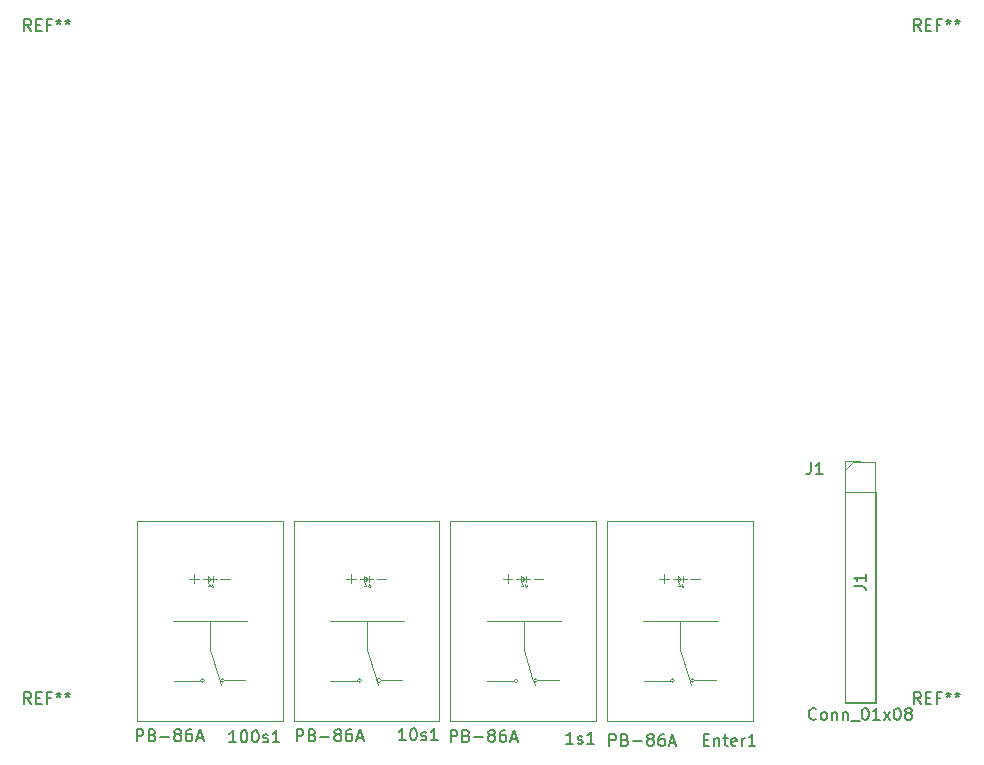
<source format=gbr>
%TF.GenerationSoftware,KiCad,Pcbnew,(5.1.7)-1*%
%TF.CreationDate,2020-12-29T16:59:20+00:00*%
%TF.ProjectId,ControlMenu-PCB,436f6e74-726f-46c4-9d65-6e752d504342,rev?*%
%TF.SameCoordinates,Original*%
%TF.FileFunction,Legend,Top*%
%TF.FilePolarity,Positive*%
%FSLAX46Y46*%
G04 Gerber Fmt 4.6, Leading zero omitted, Abs format (unit mm)*
G04 Created by KiCad (PCBNEW (5.1.7)-1) date 2020-12-29 16:59:20*
%MOMM*%
%LPD*%
G01*
G04 APERTURE LIST*
%ADD10C,0.120000*%
%ADD11C,0.100000*%
%ADD12C,0.150000*%
G04 APERTURE END LIST*
D10*
%TO.C,Enter1*%
X245925000Y-140605000D02*
X245815000Y-140565000D01*
X245985000Y-140565000D02*
X246025000Y-140455000D01*
X245865000Y-140335000D02*
X245965000Y-140605000D01*
X245635000Y-140575000D02*
X245525000Y-140535000D01*
X245695000Y-140535000D02*
X245735000Y-140425000D01*
X245575000Y-140305000D02*
X245675000Y-140575000D01*
X245825000Y-139915000D02*
X245505000Y-140215000D01*
X245825000Y-139905000D02*
X245505000Y-139695000D01*
X245935000Y-140225000D02*
X245935000Y-139705000D01*
X245505000Y-140215000D02*
X245505000Y-139695000D01*
X245105000Y-139935000D02*
X246275000Y-139935000D01*
X246565000Y-139925000D02*
X247375000Y-139925000D01*
X243955000Y-139905000D02*
X244765000Y-139905000D01*
X244385000Y-139505000D02*
X244385000Y-140315000D01*
X246927047Y-148535000D02*
G75*
G03*
X246927047Y-148535000I-172047J0D01*
G01*
X245257047Y-148545000D02*
G75*
G03*
X245257047Y-148545000I-172047J0D01*
G01*
X242635000Y-148555000D02*
X244915000Y-148555000D01*
X248715000Y-148505000D02*
X246955000Y-148505000D01*
X246475000Y-148305000D02*
X246665000Y-148875000D01*
X245735000Y-145925000D02*
X246475000Y-148305000D01*
X245735000Y-143475000D02*
X245735000Y-145925000D01*
X242595000Y-143505000D02*
X248885000Y-143505000D01*
X239515000Y-151995000D02*
X251865000Y-151995000D01*
X251865000Y-134995000D02*
X251865000Y-151995000D01*
X239515000Y-134995000D02*
X239515000Y-151995000D01*
X239515000Y-134995000D02*
X251865000Y-134995000D01*
%TO.C,1s1*%
X232655000Y-140605000D02*
X232545000Y-140565000D01*
X232715000Y-140565000D02*
X232755000Y-140455000D01*
X232595000Y-140335000D02*
X232695000Y-140605000D01*
X232365000Y-140575000D02*
X232255000Y-140535000D01*
X232425000Y-140535000D02*
X232465000Y-140425000D01*
X232305000Y-140305000D02*
X232405000Y-140575000D01*
X232555000Y-139915000D02*
X232235000Y-140215000D01*
X232555000Y-139905000D02*
X232235000Y-139695000D01*
X232665000Y-140225000D02*
X232665000Y-139705000D01*
X232235000Y-140215000D02*
X232235000Y-139695000D01*
X231835000Y-139935000D02*
X233005000Y-139935000D01*
X233295000Y-139925000D02*
X234105000Y-139925000D01*
X230685000Y-139905000D02*
X231495000Y-139905000D01*
X231115000Y-139505000D02*
X231115000Y-140315000D01*
X233657047Y-148535000D02*
G75*
G03*
X233657047Y-148535000I-172047J0D01*
G01*
X231987047Y-148545000D02*
G75*
G03*
X231987047Y-148545000I-172047J0D01*
G01*
X229365000Y-148555000D02*
X231645000Y-148555000D01*
X235445000Y-148505000D02*
X233685000Y-148505000D01*
X233205000Y-148305000D02*
X233395000Y-148875000D01*
X232465000Y-145925000D02*
X233205000Y-148305000D01*
X232465000Y-143475000D02*
X232465000Y-145925000D01*
X229325000Y-143505000D02*
X235615000Y-143505000D01*
X226245000Y-151995000D02*
X238595000Y-151995000D01*
X238595000Y-134995000D02*
X238595000Y-151995000D01*
X226245000Y-134995000D02*
X226245000Y-151995000D01*
X226245000Y-134995000D02*
X238595000Y-134995000D01*
%TO.C,10s1*%
X219385000Y-140605000D02*
X219275000Y-140565000D01*
X219445000Y-140565000D02*
X219485000Y-140455000D01*
X219325000Y-140335000D02*
X219425000Y-140605000D01*
X219095000Y-140575000D02*
X218985000Y-140535000D01*
X219155000Y-140535000D02*
X219195000Y-140425000D01*
X219035000Y-140305000D02*
X219135000Y-140575000D01*
X219285000Y-139915000D02*
X218965000Y-140215000D01*
X219285000Y-139905000D02*
X218965000Y-139695000D01*
X219395000Y-140225000D02*
X219395000Y-139705000D01*
X218965000Y-140215000D02*
X218965000Y-139695000D01*
X218565000Y-139935000D02*
X219735000Y-139935000D01*
X220025000Y-139925000D02*
X220835000Y-139925000D01*
X217415000Y-139905000D02*
X218225000Y-139905000D01*
X217845000Y-139505000D02*
X217845000Y-140315000D01*
X220387047Y-148535000D02*
G75*
G03*
X220387047Y-148535000I-172047J0D01*
G01*
X218717047Y-148545000D02*
G75*
G03*
X218717047Y-148545000I-172047J0D01*
G01*
X216095000Y-148555000D02*
X218375000Y-148555000D01*
X222175000Y-148505000D02*
X220415000Y-148505000D01*
X219935000Y-148305000D02*
X220125000Y-148875000D01*
X219195000Y-145925000D02*
X219935000Y-148305000D01*
X219195000Y-143475000D02*
X219195000Y-145925000D01*
X216055000Y-143505000D02*
X222345000Y-143505000D01*
X212975000Y-151995000D02*
X225325000Y-151995000D01*
X225325000Y-134995000D02*
X225325000Y-151995000D01*
X212975000Y-134995000D02*
X212975000Y-151995000D01*
X212975000Y-134995000D02*
X225325000Y-134995000D01*
%TO.C,100s1*%
X206115000Y-140605000D02*
X206005000Y-140565000D01*
X206175000Y-140565000D02*
X206215000Y-140455000D01*
X206055000Y-140335000D02*
X206155000Y-140605000D01*
X205825000Y-140575000D02*
X205715000Y-140535000D01*
X205885000Y-140535000D02*
X205925000Y-140425000D01*
X205765000Y-140305000D02*
X205865000Y-140575000D01*
X206015000Y-139915000D02*
X205695000Y-140215000D01*
X206015000Y-139905000D02*
X205695000Y-139695000D01*
X206125000Y-140225000D02*
X206125000Y-139705000D01*
X205695000Y-140215000D02*
X205695000Y-139695000D01*
X205295000Y-139935000D02*
X206465000Y-139935000D01*
X206755000Y-139925000D02*
X207565000Y-139925000D01*
X204145000Y-139905000D02*
X204955000Y-139905000D01*
X204575000Y-139505000D02*
X204575000Y-140315000D01*
X207117047Y-148535000D02*
G75*
G03*
X207117047Y-148535000I-172047J0D01*
G01*
X205447047Y-148545000D02*
G75*
G03*
X205447047Y-148545000I-172047J0D01*
G01*
X202825000Y-148555000D02*
X205105000Y-148555000D01*
X208905000Y-148505000D02*
X207145000Y-148505000D01*
X206665000Y-148305000D02*
X206855000Y-148875000D01*
X205925000Y-145925000D02*
X206665000Y-148305000D01*
X205925000Y-143475000D02*
X205925000Y-145925000D01*
X202785000Y-143505000D02*
X209075000Y-143505000D01*
X199705000Y-151995000D02*
X212055000Y-151995000D01*
X212055000Y-134995000D02*
X212055000Y-151995000D01*
X199705000Y-134995000D02*
X199705000Y-151995000D01*
X199705000Y-134995000D02*
X212055000Y-134995000D01*
%TO.C,J1*%
X259640000Y-129980000D02*
X260970000Y-129980000D01*
X259640000Y-131310000D02*
X259640000Y-129980000D01*
X259640000Y-132580000D02*
X262300000Y-132580000D01*
X262300000Y-132580000D02*
X262300000Y-150420000D01*
X259640000Y-132580000D02*
X259640000Y-150420000D01*
X259640000Y-150420000D02*
X262300000Y-150420000D01*
D11*
X259700000Y-130675000D02*
X260335000Y-130040000D01*
X259700000Y-150360000D02*
X259700000Y-130675000D01*
X262240000Y-150360000D02*
X259700000Y-150360000D01*
X262240000Y-130040000D02*
X262240000Y-150360000D01*
X260335000Y-130040000D02*
X262240000Y-130040000D01*
%TO.C,REF\u002A\u002A*%
D12*
X266086666Y-93532380D02*
X265753333Y-93056190D01*
X265515238Y-93532380D02*
X265515238Y-92532380D01*
X265896190Y-92532380D01*
X265991428Y-92580000D01*
X266039047Y-92627619D01*
X266086666Y-92722857D01*
X266086666Y-92865714D01*
X266039047Y-92960952D01*
X265991428Y-93008571D01*
X265896190Y-93056190D01*
X265515238Y-93056190D01*
X266515238Y-93008571D02*
X266848571Y-93008571D01*
X266991428Y-93532380D02*
X266515238Y-93532380D01*
X266515238Y-92532380D01*
X266991428Y-92532380D01*
X267753333Y-93008571D02*
X267420000Y-93008571D01*
X267420000Y-93532380D02*
X267420000Y-92532380D01*
X267896190Y-92532380D01*
X268420000Y-92532380D02*
X268420000Y-92770476D01*
X268181904Y-92675238D02*
X268420000Y-92770476D01*
X268658095Y-92675238D01*
X268277142Y-92960952D02*
X268420000Y-92770476D01*
X268562857Y-92960952D01*
X269181904Y-92532380D02*
X269181904Y-92770476D01*
X268943809Y-92675238D02*
X269181904Y-92770476D01*
X269420000Y-92675238D01*
X269039047Y-92960952D02*
X269181904Y-92770476D01*
X269324761Y-92960952D01*
X266086666Y-150532380D02*
X265753333Y-150056190D01*
X265515238Y-150532380D02*
X265515238Y-149532380D01*
X265896190Y-149532380D01*
X265991428Y-149580000D01*
X266039047Y-149627619D01*
X266086666Y-149722857D01*
X266086666Y-149865714D01*
X266039047Y-149960952D01*
X265991428Y-150008571D01*
X265896190Y-150056190D01*
X265515238Y-150056190D01*
X266515238Y-150008571D02*
X266848571Y-150008571D01*
X266991428Y-150532380D02*
X266515238Y-150532380D01*
X266515238Y-149532380D01*
X266991428Y-149532380D01*
X267753333Y-150008571D02*
X267420000Y-150008571D01*
X267420000Y-150532380D02*
X267420000Y-149532380D01*
X267896190Y-149532380D01*
X268420000Y-149532380D02*
X268420000Y-149770476D01*
X268181904Y-149675238D02*
X268420000Y-149770476D01*
X268658095Y-149675238D01*
X268277142Y-149960952D02*
X268420000Y-149770476D01*
X268562857Y-149960952D01*
X269181904Y-149532380D02*
X269181904Y-149770476D01*
X268943809Y-149675238D02*
X269181904Y-149770476D01*
X269420000Y-149675238D01*
X269039047Y-149960952D02*
X269181904Y-149770476D01*
X269324761Y-149960952D01*
X190756666Y-150532380D02*
X190423333Y-150056190D01*
X190185238Y-150532380D02*
X190185238Y-149532380D01*
X190566190Y-149532380D01*
X190661428Y-149580000D01*
X190709047Y-149627619D01*
X190756666Y-149722857D01*
X190756666Y-149865714D01*
X190709047Y-149960952D01*
X190661428Y-150008571D01*
X190566190Y-150056190D01*
X190185238Y-150056190D01*
X191185238Y-150008571D02*
X191518571Y-150008571D01*
X191661428Y-150532380D02*
X191185238Y-150532380D01*
X191185238Y-149532380D01*
X191661428Y-149532380D01*
X192423333Y-150008571D02*
X192090000Y-150008571D01*
X192090000Y-150532380D02*
X192090000Y-149532380D01*
X192566190Y-149532380D01*
X193090000Y-149532380D02*
X193090000Y-149770476D01*
X192851904Y-149675238D02*
X193090000Y-149770476D01*
X193328095Y-149675238D01*
X192947142Y-149960952D02*
X193090000Y-149770476D01*
X193232857Y-149960952D01*
X193851904Y-149532380D02*
X193851904Y-149770476D01*
X193613809Y-149675238D02*
X193851904Y-149770476D01*
X194090000Y-149675238D01*
X193709047Y-149960952D02*
X193851904Y-149770476D01*
X193994761Y-149960952D01*
X190756666Y-93532380D02*
X190423333Y-93056190D01*
X190185238Y-93532380D02*
X190185238Y-92532380D01*
X190566190Y-92532380D01*
X190661428Y-92580000D01*
X190709047Y-92627619D01*
X190756666Y-92722857D01*
X190756666Y-92865714D01*
X190709047Y-92960952D01*
X190661428Y-93008571D01*
X190566190Y-93056190D01*
X190185238Y-93056190D01*
X191185238Y-93008571D02*
X191518571Y-93008571D01*
X191661428Y-93532380D02*
X191185238Y-93532380D01*
X191185238Y-92532380D01*
X191661428Y-92532380D01*
X192423333Y-93008571D02*
X192090000Y-93008571D01*
X192090000Y-93532380D02*
X192090000Y-92532380D01*
X192566190Y-92532380D01*
X193090000Y-92532380D02*
X193090000Y-92770476D01*
X192851904Y-92675238D02*
X193090000Y-92770476D01*
X193328095Y-92675238D01*
X192947142Y-92960952D02*
X193090000Y-92770476D01*
X193232857Y-92960952D01*
X193851904Y-92532380D02*
X193851904Y-92770476D01*
X193613809Y-92675238D02*
X193851904Y-92770476D01*
X194090000Y-92675238D01*
X193709047Y-92960952D02*
X193851904Y-92770476D01*
X193994761Y-92960952D01*
%TO.C,Enter1*%
X247693333Y-153548571D02*
X248026666Y-153548571D01*
X248169523Y-154072380D02*
X247693333Y-154072380D01*
X247693333Y-153072380D01*
X248169523Y-153072380D01*
X248598095Y-153405714D02*
X248598095Y-154072380D01*
X248598095Y-153500952D02*
X248645714Y-153453333D01*
X248740952Y-153405714D01*
X248883809Y-153405714D01*
X248979047Y-153453333D01*
X249026666Y-153548571D01*
X249026666Y-154072380D01*
X249360000Y-153405714D02*
X249740952Y-153405714D01*
X249502857Y-153072380D02*
X249502857Y-153929523D01*
X249550476Y-154024761D01*
X249645714Y-154072380D01*
X249740952Y-154072380D01*
X250455238Y-154024761D02*
X250360000Y-154072380D01*
X250169523Y-154072380D01*
X250074285Y-154024761D01*
X250026666Y-153929523D01*
X250026666Y-153548571D01*
X250074285Y-153453333D01*
X250169523Y-153405714D01*
X250360000Y-153405714D01*
X250455238Y-153453333D01*
X250502857Y-153548571D01*
X250502857Y-153643809D01*
X250026666Y-153739047D01*
X250931428Y-154072380D02*
X250931428Y-153405714D01*
X250931428Y-153596190D02*
X250979047Y-153500952D01*
X251026666Y-153453333D01*
X251121904Y-153405714D01*
X251217142Y-153405714D01*
X252074285Y-154072380D02*
X251502857Y-154072380D01*
X251788571Y-154072380D02*
X251788571Y-153072380D01*
X251693333Y-153215238D01*
X251598095Y-153310476D01*
X251502857Y-153358095D01*
X239728095Y-154072380D02*
X239728095Y-153072380D01*
X240109047Y-153072380D01*
X240204285Y-153120000D01*
X240251904Y-153167619D01*
X240299523Y-153262857D01*
X240299523Y-153405714D01*
X240251904Y-153500952D01*
X240204285Y-153548571D01*
X240109047Y-153596190D01*
X239728095Y-153596190D01*
X241061428Y-153548571D02*
X241204285Y-153596190D01*
X241251904Y-153643809D01*
X241299523Y-153739047D01*
X241299523Y-153881904D01*
X241251904Y-153977142D01*
X241204285Y-154024761D01*
X241109047Y-154072380D01*
X240728095Y-154072380D01*
X240728095Y-153072380D01*
X241061428Y-153072380D01*
X241156666Y-153120000D01*
X241204285Y-153167619D01*
X241251904Y-153262857D01*
X241251904Y-153358095D01*
X241204285Y-153453333D01*
X241156666Y-153500952D01*
X241061428Y-153548571D01*
X240728095Y-153548571D01*
X241728095Y-153691428D02*
X242490000Y-153691428D01*
X243109047Y-153500952D02*
X243013809Y-153453333D01*
X242966190Y-153405714D01*
X242918571Y-153310476D01*
X242918571Y-153262857D01*
X242966190Y-153167619D01*
X243013809Y-153120000D01*
X243109047Y-153072380D01*
X243299523Y-153072380D01*
X243394761Y-153120000D01*
X243442380Y-153167619D01*
X243490000Y-153262857D01*
X243490000Y-153310476D01*
X243442380Y-153405714D01*
X243394761Y-153453333D01*
X243299523Y-153500952D01*
X243109047Y-153500952D01*
X243013809Y-153548571D01*
X242966190Y-153596190D01*
X242918571Y-153691428D01*
X242918571Y-153881904D01*
X242966190Y-153977142D01*
X243013809Y-154024761D01*
X243109047Y-154072380D01*
X243299523Y-154072380D01*
X243394761Y-154024761D01*
X243442380Y-153977142D01*
X243490000Y-153881904D01*
X243490000Y-153691428D01*
X243442380Y-153596190D01*
X243394761Y-153548571D01*
X243299523Y-153500952D01*
X244347142Y-153072380D02*
X244156666Y-153072380D01*
X244061428Y-153120000D01*
X244013809Y-153167619D01*
X243918571Y-153310476D01*
X243870952Y-153500952D01*
X243870952Y-153881904D01*
X243918571Y-153977142D01*
X243966190Y-154024761D01*
X244061428Y-154072380D01*
X244251904Y-154072380D01*
X244347142Y-154024761D01*
X244394761Y-153977142D01*
X244442380Y-153881904D01*
X244442380Y-153643809D01*
X244394761Y-153548571D01*
X244347142Y-153500952D01*
X244251904Y-153453333D01*
X244061428Y-153453333D01*
X243966190Y-153500952D01*
X243918571Y-153548571D01*
X243870952Y-153643809D01*
X244823333Y-153786666D02*
X245299523Y-153786666D01*
X244728095Y-154072380D02*
X245061428Y-153072380D01*
X245394761Y-154072380D01*
%TO.C,1s1*%
X236654761Y-153902380D02*
X236083333Y-153902380D01*
X236369047Y-153902380D02*
X236369047Y-152902380D01*
X236273809Y-153045238D01*
X236178571Y-153140476D01*
X236083333Y-153188095D01*
X237035714Y-153854761D02*
X237130952Y-153902380D01*
X237321428Y-153902380D01*
X237416666Y-153854761D01*
X237464285Y-153759523D01*
X237464285Y-153711904D01*
X237416666Y-153616666D01*
X237321428Y-153569047D01*
X237178571Y-153569047D01*
X237083333Y-153521428D01*
X237035714Y-153426190D01*
X237035714Y-153378571D01*
X237083333Y-153283333D01*
X237178571Y-153235714D01*
X237321428Y-153235714D01*
X237416666Y-153283333D01*
X238416666Y-153902380D02*
X237845238Y-153902380D01*
X238130952Y-153902380D02*
X238130952Y-152902380D01*
X238035714Y-153045238D01*
X237940476Y-153140476D01*
X237845238Y-153188095D01*
X226278095Y-153732380D02*
X226278095Y-152732380D01*
X226659047Y-152732380D01*
X226754285Y-152780000D01*
X226801904Y-152827619D01*
X226849523Y-152922857D01*
X226849523Y-153065714D01*
X226801904Y-153160952D01*
X226754285Y-153208571D01*
X226659047Y-153256190D01*
X226278095Y-153256190D01*
X227611428Y-153208571D02*
X227754285Y-153256190D01*
X227801904Y-153303809D01*
X227849523Y-153399047D01*
X227849523Y-153541904D01*
X227801904Y-153637142D01*
X227754285Y-153684761D01*
X227659047Y-153732380D01*
X227278095Y-153732380D01*
X227278095Y-152732380D01*
X227611428Y-152732380D01*
X227706666Y-152780000D01*
X227754285Y-152827619D01*
X227801904Y-152922857D01*
X227801904Y-153018095D01*
X227754285Y-153113333D01*
X227706666Y-153160952D01*
X227611428Y-153208571D01*
X227278095Y-153208571D01*
X228278095Y-153351428D02*
X229040000Y-153351428D01*
X229659047Y-153160952D02*
X229563809Y-153113333D01*
X229516190Y-153065714D01*
X229468571Y-152970476D01*
X229468571Y-152922857D01*
X229516190Y-152827619D01*
X229563809Y-152780000D01*
X229659047Y-152732380D01*
X229849523Y-152732380D01*
X229944761Y-152780000D01*
X229992380Y-152827619D01*
X230040000Y-152922857D01*
X230040000Y-152970476D01*
X229992380Y-153065714D01*
X229944761Y-153113333D01*
X229849523Y-153160952D01*
X229659047Y-153160952D01*
X229563809Y-153208571D01*
X229516190Y-153256190D01*
X229468571Y-153351428D01*
X229468571Y-153541904D01*
X229516190Y-153637142D01*
X229563809Y-153684761D01*
X229659047Y-153732380D01*
X229849523Y-153732380D01*
X229944761Y-153684761D01*
X229992380Y-153637142D01*
X230040000Y-153541904D01*
X230040000Y-153351428D01*
X229992380Y-153256190D01*
X229944761Y-153208571D01*
X229849523Y-153160952D01*
X230897142Y-152732380D02*
X230706666Y-152732380D01*
X230611428Y-152780000D01*
X230563809Y-152827619D01*
X230468571Y-152970476D01*
X230420952Y-153160952D01*
X230420952Y-153541904D01*
X230468571Y-153637142D01*
X230516190Y-153684761D01*
X230611428Y-153732380D01*
X230801904Y-153732380D01*
X230897142Y-153684761D01*
X230944761Y-153637142D01*
X230992380Y-153541904D01*
X230992380Y-153303809D01*
X230944761Y-153208571D01*
X230897142Y-153160952D01*
X230801904Y-153113333D01*
X230611428Y-153113333D01*
X230516190Y-153160952D01*
X230468571Y-153208571D01*
X230420952Y-153303809D01*
X231373333Y-153446666D02*
X231849523Y-153446666D01*
X231278095Y-153732380D02*
X231611428Y-152732380D01*
X231944761Y-153732380D01*
%TO.C,10s1*%
X222468571Y-153592380D02*
X221897142Y-153592380D01*
X222182857Y-153592380D02*
X222182857Y-152592380D01*
X222087619Y-152735238D01*
X221992380Y-152830476D01*
X221897142Y-152878095D01*
X223087619Y-152592380D02*
X223182857Y-152592380D01*
X223278095Y-152640000D01*
X223325714Y-152687619D01*
X223373333Y-152782857D01*
X223420952Y-152973333D01*
X223420952Y-153211428D01*
X223373333Y-153401904D01*
X223325714Y-153497142D01*
X223278095Y-153544761D01*
X223182857Y-153592380D01*
X223087619Y-153592380D01*
X222992380Y-153544761D01*
X222944761Y-153497142D01*
X222897142Y-153401904D01*
X222849523Y-153211428D01*
X222849523Y-152973333D01*
X222897142Y-152782857D01*
X222944761Y-152687619D01*
X222992380Y-152640000D01*
X223087619Y-152592380D01*
X223801904Y-153544761D02*
X223897142Y-153592380D01*
X224087619Y-153592380D01*
X224182857Y-153544761D01*
X224230476Y-153449523D01*
X224230476Y-153401904D01*
X224182857Y-153306666D01*
X224087619Y-153259047D01*
X223944761Y-153259047D01*
X223849523Y-153211428D01*
X223801904Y-153116190D01*
X223801904Y-153068571D01*
X223849523Y-152973333D01*
X223944761Y-152925714D01*
X224087619Y-152925714D01*
X224182857Y-152973333D01*
X225182857Y-153592380D02*
X224611428Y-153592380D01*
X224897142Y-153592380D02*
X224897142Y-152592380D01*
X224801904Y-152735238D01*
X224706666Y-152830476D01*
X224611428Y-152878095D01*
X213248095Y-153672380D02*
X213248095Y-152672380D01*
X213629047Y-152672380D01*
X213724285Y-152720000D01*
X213771904Y-152767619D01*
X213819523Y-152862857D01*
X213819523Y-153005714D01*
X213771904Y-153100952D01*
X213724285Y-153148571D01*
X213629047Y-153196190D01*
X213248095Y-153196190D01*
X214581428Y-153148571D02*
X214724285Y-153196190D01*
X214771904Y-153243809D01*
X214819523Y-153339047D01*
X214819523Y-153481904D01*
X214771904Y-153577142D01*
X214724285Y-153624761D01*
X214629047Y-153672380D01*
X214248095Y-153672380D01*
X214248095Y-152672380D01*
X214581428Y-152672380D01*
X214676666Y-152720000D01*
X214724285Y-152767619D01*
X214771904Y-152862857D01*
X214771904Y-152958095D01*
X214724285Y-153053333D01*
X214676666Y-153100952D01*
X214581428Y-153148571D01*
X214248095Y-153148571D01*
X215248095Y-153291428D02*
X216010000Y-153291428D01*
X216629047Y-153100952D02*
X216533809Y-153053333D01*
X216486190Y-153005714D01*
X216438571Y-152910476D01*
X216438571Y-152862857D01*
X216486190Y-152767619D01*
X216533809Y-152720000D01*
X216629047Y-152672380D01*
X216819523Y-152672380D01*
X216914761Y-152720000D01*
X216962380Y-152767619D01*
X217010000Y-152862857D01*
X217010000Y-152910476D01*
X216962380Y-153005714D01*
X216914761Y-153053333D01*
X216819523Y-153100952D01*
X216629047Y-153100952D01*
X216533809Y-153148571D01*
X216486190Y-153196190D01*
X216438571Y-153291428D01*
X216438571Y-153481904D01*
X216486190Y-153577142D01*
X216533809Y-153624761D01*
X216629047Y-153672380D01*
X216819523Y-153672380D01*
X216914761Y-153624761D01*
X216962380Y-153577142D01*
X217010000Y-153481904D01*
X217010000Y-153291428D01*
X216962380Y-153196190D01*
X216914761Y-153148571D01*
X216819523Y-153100952D01*
X217867142Y-152672380D02*
X217676666Y-152672380D01*
X217581428Y-152720000D01*
X217533809Y-152767619D01*
X217438571Y-152910476D01*
X217390952Y-153100952D01*
X217390952Y-153481904D01*
X217438571Y-153577142D01*
X217486190Y-153624761D01*
X217581428Y-153672380D01*
X217771904Y-153672380D01*
X217867142Y-153624761D01*
X217914761Y-153577142D01*
X217962380Y-153481904D01*
X217962380Y-153243809D01*
X217914761Y-153148571D01*
X217867142Y-153100952D01*
X217771904Y-153053333D01*
X217581428Y-153053333D01*
X217486190Y-153100952D01*
X217438571Y-153148571D01*
X217390952Y-153243809D01*
X218343333Y-153386666D02*
X218819523Y-153386666D01*
X218248095Y-153672380D02*
X218581428Y-152672380D01*
X218914761Y-153672380D01*
%TO.C,100s1*%
X208112380Y-153762380D02*
X207540952Y-153762380D01*
X207826666Y-153762380D02*
X207826666Y-152762380D01*
X207731428Y-152905238D01*
X207636190Y-153000476D01*
X207540952Y-153048095D01*
X208731428Y-152762380D02*
X208826666Y-152762380D01*
X208921904Y-152810000D01*
X208969523Y-152857619D01*
X209017142Y-152952857D01*
X209064761Y-153143333D01*
X209064761Y-153381428D01*
X209017142Y-153571904D01*
X208969523Y-153667142D01*
X208921904Y-153714761D01*
X208826666Y-153762380D01*
X208731428Y-153762380D01*
X208636190Y-153714761D01*
X208588571Y-153667142D01*
X208540952Y-153571904D01*
X208493333Y-153381428D01*
X208493333Y-153143333D01*
X208540952Y-152952857D01*
X208588571Y-152857619D01*
X208636190Y-152810000D01*
X208731428Y-152762380D01*
X209683809Y-152762380D02*
X209779047Y-152762380D01*
X209874285Y-152810000D01*
X209921904Y-152857619D01*
X209969523Y-152952857D01*
X210017142Y-153143333D01*
X210017142Y-153381428D01*
X209969523Y-153571904D01*
X209921904Y-153667142D01*
X209874285Y-153714761D01*
X209779047Y-153762380D01*
X209683809Y-153762380D01*
X209588571Y-153714761D01*
X209540952Y-153667142D01*
X209493333Y-153571904D01*
X209445714Y-153381428D01*
X209445714Y-153143333D01*
X209493333Y-152952857D01*
X209540952Y-152857619D01*
X209588571Y-152810000D01*
X209683809Y-152762380D01*
X210398095Y-153714761D02*
X210493333Y-153762380D01*
X210683809Y-153762380D01*
X210779047Y-153714761D01*
X210826666Y-153619523D01*
X210826666Y-153571904D01*
X210779047Y-153476666D01*
X210683809Y-153429047D01*
X210540952Y-153429047D01*
X210445714Y-153381428D01*
X210398095Y-153286190D01*
X210398095Y-153238571D01*
X210445714Y-153143333D01*
X210540952Y-153095714D01*
X210683809Y-153095714D01*
X210779047Y-153143333D01*
X211779047Y-153762380D02*
X211207619Y-153762380D01*
X211493333Y-153762380D02*
X211493333Y-152762380D01*
X211398095Y-152905238D01*
X211302857Y-153000476D01*
X211207619Y-153048095D01*
X199698095Y-153672380D02*
X199698095Y-152672380D01*
X200079047Y-152672380D01*
X200174285Y-152720000D01*
X200221904Y-152767619D01*
X200269523Y-152862857D01*
X200269523Y-153005714D01*
X200221904Y-153100952D01*
X200174285Y-153148571D01*
X200079047Y-153196190D01*
X199698095Y-153196190D01*
X201031428Y-153148571D02*
X201174285Y-153196190D01*
X201221904Y-153243809D01*
X201269523Y-153339047D01*
X201269523Y-153481904D01*
X201221904Y-153577142D01*
X201174285Y-153624761D01*
X201079047Y-153672380D01*
X200698095Y-153672380D01*
X200698095Y-152672380D01*
X201031428Y-152672380D01*
X201126666Y-152720000D01*
X201174285Y-152767619D01*
X201221904Y-152862857D01*
X201221904Y-152958095D01*
X201174285Y-153053333D01*
X201126666Y-153100952D01*
X201031428Y-153148571D01*
X200698095Y-153148571D01*
X201698095Y-153291428D02*
X202460000Y-153291428D01*
X203079047Y-153100952D02*
X202983809Y-153053333D01*
X202936190Y-153005714D01*
X202888571Y-152910476D01*
X202888571Y-152862857D01*
X202936190Y-152767619D01*
X202983809Y-152720000D01*
X203079047Y-152672380D01*
X203269523Y-152672380D01*
X203364761Y-152720000D01*
X203412380Y-152767619D01*
X203460000Y-152862857D01*
X203460000Y-152910476D01*
X203412380Y-153005714D01*
X203364761Y-153053333D01*
X203269523Y-153100952D01*
X203079047Y-153100952D01*
X202983809Y-153148571D01*
X202936190Y-153196190D01*
X202888571Y-153291428D01*
X202888571Y-153481904D01*
X202936190Y-153577142D01*
X202983809Y-153624761D01*
X203079047Y-153672380D01*
X203269523Y-153672380D01*
X203364761Y-153624761D01*
X203412380Y-153577142D01*
X203460000Y-153481904D01*
X203460000Y-153291428D01*
X203412380Y-153196190D01*
X203364761Y-153148571D01*
X203269523Y-153100952D01*
X204317142Y-152672380D02*
X204126666Y-152672380D01*
X204031428Y-152720000D01*
X203983809Y-152767619D01*
X203888571Y-152910476D01*
X203840952Y-153100952D01*
X203840952Y-153481904D01*
X203888571Y-153577142D01*
X203936190Y-153624761D01*
X204031428Y-153672380D01*
X204221904Y-153672380D01*
X204317142Y-153624761D01*
X204364761Y-153577142D01*
X204412380Y-153481904D01*
X204412380Y-153243809D01*
X204364761Y-153148571D01*
X204317142Y-153100952D01*
X204221904Y-153053333D01*
X204031428Y-153053333D01*
X203936190Y-153100952D01*
X203888571Y-153148571D01*
X203840952Y-153243809D01*
X204793333Y-153386666D02*
X205269523Y-153386666D01*
X204698095Y-153672380D02*
X205031428Y-152672380D01*
X205364761Y-153672380D01*
%TO.C,J1*%
X256776666Y-130072380D02*
X256776666Y-130786666D01*
X256729047Y-130929523D01*
X256633809Y-131024761D01*
X256490952Y-131072380D01*
X256395714Y-131072380D01*
X257776666Y-131072380D02*
X257205238Y-131072380D01*
X257490952Y-131072380D02*
X257490952Y-130072380D01*
X257395714Y-130215238D01*
X257300476Y-130310476D01*
X257205238Y-130358095D01*
X257231904Y-151777142D02*
X257184285Y-151824761D01*
X257041428Y-151872380D01*
X256946190Y-151872380D01*
X256803333Y-151824761D01*
X256708095Y-151729523D01*
X256660476Y-151634285D01*
X256612857Y-151443809D01*
X256612857Y-151300952D01*
X256660476Y-151110476D01*
X256708095Y-151015238D01*
X256803333Y-150920000D01*
X256946190Y-150872380D01*
X257041428Y-150872380D01*
X257184285Y-150920000D01*
X257231904Y-150967619D01*
X257803333Y-151872380D02*
X257708095Y-151824761D01*
X257660476Y-151777142D01*
X257612857Y-151681904D01*
X257612857Y-151396190D01*
X257660476Y-151300952D01*
X257708095Y-151253333D01*
X257803333Y-151205714D01*
X257946190Y-151205714D01*
X258041428Y-151253333D01*
X258089047Y-151300952D01*
X258136666Y-151396190D01*
X258136666Y-151681904D01*
X258089047Y-151777142D01*
X258041428Y-151824761D01*
X257946190Y-151872380D01*
X257803333Y-151872380D01*
X258565238Y-151205714D02*
X258565238Y-151872380D01*
X258565238Y-151300952D02*
X258612857Y-151253333D01*
X258708095Y-151205714D01*
X258850952Y-151205714D01*
X258946190Y-151253333D01*
X258993809Y-151348571D01*
X258993809Y-151872380D01*
X259470000Y-151205714D02*
X259470000Y-151872380D01*
X259470000Y-151300952D02*
X259517619Y-151253333D01*
X259612857Y-151205714D01*
X259755714Y-151205714D01*
X259850952Y-151253333D01*
X259898571Y-151348571D01*
X259898571Y-151872380D01*
X260136666Y-151967619D02*
X260898571Y-151967619D01*
X261327142Y-150872380D02*
X261422380Y-150872380D01*
X261517619Y-150920000D01*
X261565238Y-150967619D01*
X261612857Y-151062857D01*
X261660476Y-151253333D01*
X261660476Y-151491428D01*
X261612857Y-151681904D01*
X261565238Y-151777142D01*
X261517619Y-151824761D01*
X261422380Y-151872380D01*
X261327142Y-151872380D01*
X261231904Y-151824761D01*
X261184285Y-151777142D01*
X261136666Y-151681904D01*
X261089047Y-151491428D01*
X261089047Y-151253333D01*
X261136666Y-151062857D01*
X261184285Y-150967619D01*
X261231904Y-150920000D01*
X261327142Y-150872380D01*
X262612857Y-151872380D02*
X262041428Y-151872380D01*
X262327142Y-151872380D02*
X262327142Y-150872380D01*
X262231904Y-151015238D01*
X262136666Y-151110476D01*
X262041428Y-151158095D01*
X262946190Y-151872380D02*
X263470000Y-151205714D01*
X262946190Y-151205714D02*
X263470000Y-151872380D01*
X264041428Y-150872380D02*
X264136666Y-150872380D01*
X264231904Y-150920000D01*
X264279523Y-150967619D01*
X264327142Y-151062857D01*
X264374761Y-151253333D01*
X264374761Y-151491428D01*
X264327142Y-151681904D01*
X264279523Y-151777142D01*
X264231904Y-151824761D01*
X264136666Y-151872380D01*
X264041428Y-151872380D01*
X263946190Y-151824761D01*
X263898571Y-151777142D01*
X263850952Y-151681904D01*
X263803333Y-151491428D01*
X263803333Y-151253333D01*
X263850952Y-151062857D01*
X263898571Y-150967619D01*
X263946190Y-150920000D01*
X264041428Y-150872380D01*
X264946190Y-151300952D02*
X264850952Y-151253333D01*
X264803333Y-151205714D01*
X264755714Y-151110476D01*
X264755714Y-151062857D01*
X264803333Y-150967619D01*
X264850952Y-150920000D01*
X264946190Y-150872380D01*
X265136666Y-150872380D01*
X265231904Y-150920000D01*
X265279523Y-150967619D01*
X265327142Y-151062857D01*
X265327142Y-151110476D01*
X265279523Y-151205714D01*
X265231904Y-151253333D01*
X265136666Y-151300952D01*
X264946190Y-151300952D01*
X264850952Y-151348571D01*
X264803333Y-151396190D01*
X264755714Y-151491428D01*
X264755714Y-151681904D01*
X264803333Y-151777142D01*
X264850952Y-151824761D01*
X264946190Y-151872380D01*
X265136666Y-151872380D01*
X265231904Y-151824761D01*
X265279523Y-151777142D01*
X265327142Y-151681904D01*
X265327142Y-151491428D01*
X265279523Y-151396190D01*
X265231904Y-151348571D01*
X265136666Y-151300952D01*
X260422380Y-140533333D02*
X261136666Y-140533333D01*
X261279523Y-140580952D01*
X261374761Y-140676190D01*
X261422380Y-140819047D01*
X261422380Y-140914285D01*
X261422380Y-139533333D02*
X261422380Y-140104761D01*
X261422380Y-139819047D02*
X260422380Y-139819047D01*
X260565238Y-139914285D01*
X260660476Y-140009523D01*
X260708095Y-140104761D01*
%TD*%
M02*

</source>
